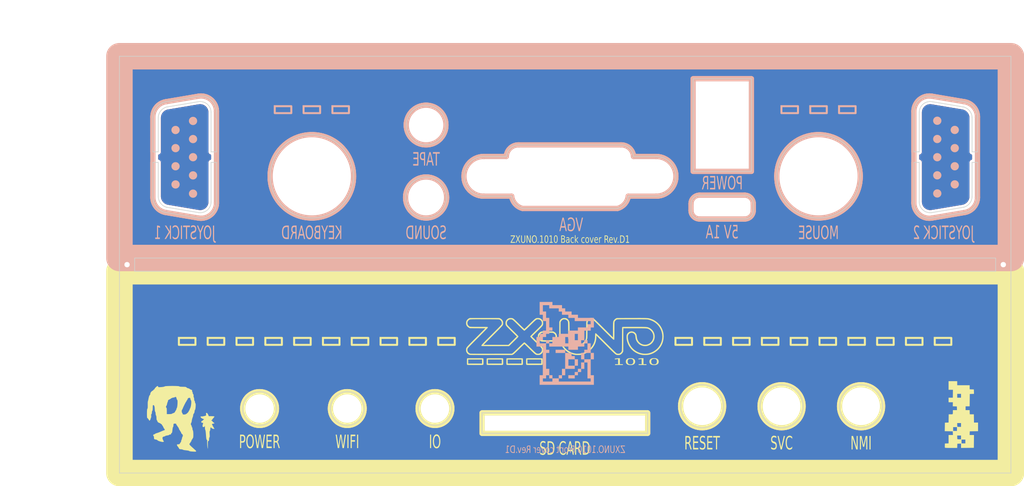
<source format=kicad_pcb>
(kicad_pcb (version 20240108) (generator "pcbnew") (generator_version "8.0")
  (title_block (title "ZXUNO.1010 (covers)") (date "2025-03-30") (rev "D1") (company "Eugene Lozovoy") (comment 2 "Thickness: 1.6mm") (comment 3 "Layers: 2") (comment 4 "Dimensions: 134.6x63mm"))
  (layers (0 "F.Cu" signal) (31 "B.Cu" signal) (34 "B.Paste" user) (35 "F.Paste" user) (36 "B.SilkS" user "B.Silkscreen") (37 "F.SilkS" user "F.Silkscreen") (38 "B.Mask" user) (39 "F.Mask" user) (44 "Edge.Cuts" user))
  (net 0 "")
  (net 1 "shield")
  (footprint "mygraphic:zxuno_30x7.5" (layer "F.Cu") (at 144.449207 104.6)
    (property "Reference" "G***" (hide yes))
    (property "Value" "LOGO" (hide yes))
  )
  (footprint "LOGO" (layer "F.Cu") (at 203.5 116.1)
    (property "Reference" "G***" (hide yes))
    (property "Value" "LOGO" (hide yes))
  )
  (footprint "LOGO" (layer "F.Cu") (at 85.730542 115.902674)
    (property "Reference" "G***" (hide yes))
    (property "Value" "LOGO" (hide yes))
  )
  (footprint "mygraphic:black-mage-12.5x8.6" (layer "B.Cu") (at 144.5 104.9 180)
    (property "Reference" "G***" (hide yes))
    (property "Value" "LOGO" (hide yes))
  )
  (gr_arc (start 158.217828 76.65) (mid 161.217828 79.65) (end 158.217828 82.65) (stroke (width 0.8)) (layer "B.SilkS"))
  (gr_circle (center 200.68 82.24) (end 201.18 82.24) (stroke (width 0.25)) (fill solid) (layer "B.SilkS"))
  (gr_line (start 171.599 86.1) (end 164.799 86.1) (stroke (width 0.8)) (layer "B.SilkS"))
  (gr_line (start 164.799 82.5) (end 171.599 82.5) (stroke (width 0.8)) (layer "B.SilkS"))
  (gr_arc (start 164.799 86.1) (mid 163.879761 85.719239) (end 163.499 84.8) (stroke (width 0.8)) (layer "B.SilkS"))
  (gr_circle (center 200.68 79.5) (end 201.18 79.5) (stroke (width 0.25)) (fill solid) (layer "B.SilkS"))
  (gr_circle (center 88.31 74.02) (end 87.81 74.02) (stroke (width 0.25)) (fill solid) (layer "B.SilkS"))
  (gr_circle (center 85.67 80.88) (end 85.17 80.88) (stroke (width 0.25)) (fill solid) (layer "B.SilkS"))
  (gr_circle (center 203.32 72.64) (end 203.82 72.64) (stroke (width 0.25)) (fill solid) (layer "B.SilkS"))
  (gr_circle (center 85.67 72.65) (end 85.17 72.65) (stroke (width 0.25)) (fill solid) (layer "B.SilkS"))
  (gr_rect (start 163.819 64.9) (end 172.619 78.9) (stroke (width 0.8)) (fill none) (layer "B.SilkS"))
  (gr_arc (start 89.141794 67.539502) (mid 91.028612 68.067713) (end 91.849981 69.846601) (stroke (width 0.8)) (layer "B.SilkS"))
  (gr_line (start 172.899 84.8) (end 172.899 83.8) (stroke (width 0.8)) (layer "B.SilkS"))
  (gr_line (start 132.217828 82.65) (end 136.417828 82.65) (stroke (width 0.8)) (layer "B.SilkS"))
  (gr_line (start 204.784277 85.122311) (end 199.857877 85.960511) (stroke (width 0.8)) (layer "B.SilkS"))
  (gr_arc (start 199.857877 85.960511) (mid 197.971077 85.432282) (end 197.14969 83.653412) (stroke (width 0.8)) (layer "B.SilkS"))
  (gr_circle (center 200.68 71.25) (end 201.18 71.25) (stroke (width 0.25)) (fill solid) (layer "B.SilkS"))
  (gr_arc (start 89.513181 85.990233) (mid 89.326895 85.982796) (end 89.141794 85.960532) (stroke (width 0.8)) (layer "B.SilkS"))
  (gr_circle (center 85.67 78.13) (end 85.17 78.13) (stroke (width 0.25)) (fill solid) (layer "B.SilkS"))
  (gr_line (start 132.217828 76.65) (end 135.617828 76.65) (stroke (width 0.8)) (layer "B.SilkS"))
  (gr_line (start 154.017828 82.65) (end 158.217828 82.65) (stroke (width 0.8)) (layer "B.SilkS"))
  (gr_arc (start 152.907172 74.9) (mid 154.216898 75.388067) (end 154.817828 76.65) (stroke (width 0.8)) (layer "B.SilkS"))
  (gr_line (start 154.817828 76.65) (end 158.217828 76.65) (stroke (width 0.8)) (layer "B.SilkS"))
  (gr_rect (start 77.2 61.5) (end 211.8 92) (stroke (width 4)) (fill none) (layer "B.SilkS"))
  (gr_circle (center 123.5 71.9) (end 126.5 71.9) (stroke (width 0.8)) (fill none) (layer "B.SilkS"))
  (gr_line (start 84.215394 68.377702) (end 89.141794 67.539502) (stroke (width 0.8)) (layer "B.SilkS"))
  (gr_line (start 91.849981 69.846601) (end 91.849981 83.653433) (stroke (width 0.8)) (layer "B.SilkS"))
  (gr_arc (start 138.053367 84.5) (mid 136.953364 83.824516) (end 136.417828 82.65) (stroke (width 0.8)) (layer "B.SilkS"))
  (gr_line (start 206.74969 70.68478) (end 206.74969 82.815212) (stroke (width 0.8)) (layer "B.SilkS"))
  (gr_rect (start 109.35 69.05) (end 111.85 70.1) (stroke (width 0.3)) (fill none) (layer "B.SilkS"))
  (gr_circle (center 88.31 76.76) (end 87.81 76.76) (stroke (width 0.25)) (fill solid) (layer "B.SilkS"))
  (gr_line (start 199.857877 67.539481) (end 204.784277 68.377681) (stroke (width 0.8)) (layer "B.SilkS"))
  (gr_circle (center 123.5 82.85) (end 126.6 82.85) (stroke (width 0.8)) (fill none) (layer "B.SilkS"))
  (gr_circle (center 182.75 79.65) (end 189.05 79.65) (stroke (width 0.8)) (fill none) (layer "B.SilkS"))
  (gr_circle (center 88.31 82.27) (end 87.81 82.27) (stroke (width 0.25)) (fill solid) (layer "B.SilkS"))
  (gr_circle (center 203.32 80.87) (end 203.82 80.87) (stroke (width 0.25)) (fill solid) (layer "B.SilkS"))
  (gr_rect (start 181.5 69.05) (end 184 70.1) (stroke (width 0.3)) (fill none) (layer "B.SilkS"))
  (gr_arc (start 171.599 82.5) (mid 172.518259 82.88075) (end 172.899 83.8) (stroke (width 0.8)) (layer "B.SilkS"))
  (gr_circle (center 85.67 75.39) (end 85.17 75.39) (stroke (width 0.25)) (fill solid) (layer "B.SilkS"))
  (gr_circle (center 200.68 76.76) (end 201.18 76.76) (stroke (width 0.25)) (fill solid) (layer "B.SilkS"))
  (gr_rect (start 100.65 69.05) (end 103.15 70.1) (stroke (width 0.3)) (fill none) (layer "B.SilkS"))
  (gr_arc (start 154.017828 82.65) (mid 153.496284 83.815825) (end 152.417831 84.499999) (stroke (width 0.8)) (layer "B.SilkS"))
  (gr_arc (start 82.25 70.684784) (mid 82.807913 69.169354) (end 84.215413 68.377685) (stroke (width 0.8)) (layer "B.SilkS"))
  (gr_circle (center 88.31 71.28) (end 87.81 71.28) (stroke (width 0.25)) (fill solid) (layer "B.SilkS"))
  (gr_arc (start 204.784277 68.377681) (mid 206.191672 69.169436) (end 206.74969 70.68478) (stroke (width 0.8)) (layer "B.SilkS"))
  (gr_line (start 163.499 84.8) (end 163.499 83.8) (stroke (width 0.8)) (layer "B.SilkS"))
  (gr_circle (center 203.32 75.39) (end 203.82 75.39) (stroke (width 0.25)) (fill solid) (layer "B.SilkS"))
  (gr_arc (start 91.849981 83.653433) (mid 91.165528 85.30578) (end 89.513181 85.990233) (stroke (width 0.8)) (layer "B.SilkS"))
  (gr_circle (center 203.32 78.13) (end 203.82 78.13) (stroke (width 0.25)) (fill solid) (layer "B.SilkS"))
  (gr_arc (start 163.499 83.8) (mid 163.879761 82.88076) (end 164.799 82.5) (stroke (width 0.8)) (layer "B.SilkS"))
  (gr_arc (start 84.215413 85.122315) (mid 82.808009 84.330565) (end 82.25 82.815216) (stroke (width 0.8)) (layer "B.SilkS"))
  (gr_arc (start 206.74969 82.815212) (mid 206.191728 84.330602) (end 204.784277 85.122311) (stroke (width 0.8)) (layer "B.SilkS"))
  (gr_arc (start 132.217828 82.65) (mid 129.217828 79.65) (end 132.217828 76.65) (stroke (width 0.8)) (layer "B.SilkS"))
  (gr_rect (start 177.15 69.05) (end 179.65 70.1) (stroke (width 0.3)) (fill none) (layer "B.SilkS"))
  (gr_circle (center 200.68 74.01) (end 201.18 74.01) (stroke (width 0.25)) (fill solid) (layer "B.SilkS"))
  (gr_line (start 137.492828 74.9) (end 152.907172 74.9) (stroke (width 0.8)) (layer "B.SilkS"))
  (gr_circle (center 106.25 79.65) (end 112.55 79.65) (stroke (width 0.8)) (fill none) (layer "B.SilkS"))
  (gr_line (start 138.053367 84.5) (end 152.417831 84.499999) (stroke (width 0.8)) (layer "B.SilkS"))
  (gr_arc (start 199.48649 67.50978) (mid 199.672776 67.517222) (end 199.857877 67.539481) (stroke (width 0.8)) (layer "B.SilkS"))
  (gr_line (start 89.141794 85.960532) (end 84.215394 85.122332) (stroke (width 0.8)) (layer "B.SilkS"))
  (gr_arc (start 197.14969 69.84658) (mid 197.834139 68.194241) (end 199.48649 67.50978) (stroke (width 0.8)) (layer "B.SilkS"))
  (gr_line (start 82.249981 82.815233) (end 82.249981 70.684801) (stroke (width 0.8)) (layer "B.SilkS"))
  (gr_arc (start 135.617827 76.65) (mid 136.196074 75.390085) (end 137.492828 74.9) (stroke (width 0.8)) (layer "B.SilkS"))
  (gr_rect (start 105 69.05) (end 107.5 70.1) (stroke (width 0.3)) (fill none) (layer "B.SilkS"))
  (gr_rect (start 185.85 69.05) (end 188.35 70.1) (stroke (width 0.3)) (fill none) (layer "B.SilkS"))
  (gr_line (start 197.14969 83.653412) (end 197.14969 69.84658) (stroke (width 0.8)) (layer "B.SilkS"))
  (gr_arc (start 172.899 84.8) (mid 172.518237 85.719227) (end 171.599 86.1) (stroke (width 0.8)) (layer "B.SilkS"))
  (gr_circle (center 88.31 79.51) (end 87.81 79.51) (stroke (width 0.25)) (fill solid) (layer "B.SilkS"))
  (gr_rect (start 94.875 104.075) (end 97.375 105.125) (stroke (width 0.3)) (fill none) (layer "F.SilkS"))
  (gr_rect (start 107.925 104.075) (end 110.425 105.125) (stroke (width 0.3)) (fill none) (layer "F.SilkS"))
  (gr_rect (start 77.2 94) (end 211.8 124.5) (stroke (width 4)) (fill none) (layer "F.SilkS"))
  (gr_rect (start 178.55 104.075) (end 181.05 105.125) (stroke (width 0.3)) (fill none) (layer "F.SilkS"))
  (gr_rect (start 120.975 104.075) (end 123.475 105.125) (stroke (width 0.3)) (fill none) (layer "F.SilkS"))
  (gr_rect (start 99.225 104.075) (end 101.725 105.125) (stroke (width 0.3)) (fill none) (layer "F.SilkS"))
  (gr_circle (center 189.175 114.4) (end 192.425 114.4) (stroke (width 0.8)) (fill none) (layer "F.SilkS"))
  (gr_rect (start 90.525 104.075) (end 93.025 105.125) (stroke (width 0.3)) (fill none) (layer "F.SilkS"))
  (gr_rect (start 169.85 104.075) (end 172.35 105.125) (stroke (width 0.3)) (fill none) (layer "F.SilkS"))
  (gr_circle (center 177.175 114.4) (end 180.425 114.4) (stroke (width 0.8)) (fill none) (layer "F.SilkS"))
  (gr_rect (start 200.3 104.075) (end 202.8 105.125) (stroke (width 0.3)) (fill none) (layer "F.SilkS"))
  (gr_circle (center 165.175 114.4) (end 168.425 114.4) (stroke (width 0.8)) (fill none) (layer "F.SilkS"))
  (gr_rect (start 131.95 115.4) (end 156.95 118.5) (stroke (width 0.8)) (fill none) (layer "F.SilkS"))
  (gr_rect (start 187.25 104.075) (end 189.75 105.125) (stroke (width 0.3)) (fill none) (layer "F.SilkS"))
  (gr_circle (center 98.36 114.75) (end 100.91 114.75) (stroke (width 0.8)) (fill none) (layer "F.SilkS"))
  (gr_rect (start 112.275 104.075) (end 114.775 105.125) (stroke (width 0.3)) (fill none) (layer "F.SilkS"))
  (gr_rect (start 103.575 104.075) (end 106.075 105.125) (stroke (width 0.3)) (fill none) (layer "F.SilkS"))
  (gr_rect (start 125.325 104.075) (end 127.825 105.125) (stroke (width 0.3)) (fill none) (layer "F.SilkS"))
  (gr_rect (start 161.15 104.075) (end 163.65 105.125) (stroke (width 0.3)) (fill none) (layer "F.SilkS"))
  (gr_circle (center 111.6 114.75) (end 114.15 114.75) (stroke (width 0.8)) (fill none) (layer "F.SilkS"))
  (gr_rect (start 116.625 104.075) (end 119.125 105.125) (stroke (width 0.3)) (fill none) (layer "F.SilkS"))
  (gr_rect (start 165.5 104.075) (end 168 105.125) (stroke (width 0.3)) (fill none) (layer "F.SilkS"))
  (gr_rect (start 182.9 104.075) (end 185.4 105.125) (stroke (width 0.3)) (fill none) (layer "F.SilkS"))
  (gr_rect (start 174.2 104.075) (end 176.7 105.125) (stroke (width 0.3)) (fill none) (layer "F.SilkS"))
  (gr_circle (center 124.8375 114.75) (end 127.3875 114.75) (stroke (width 0.8)) (fill none) (layer "F.SilkS"))
  (gr_rect (start 191.6 104.075) (end 194.1 105.125) (stroke (width 0.3)) (fill none) (layer "F.SilkS"))
  (gr_rect (start 86.175 104.075) (end 88.675 105.125) (stroke (width 0.3)) (fill none) (layer "F.SilkS"))
  (gr_rect (start 195.95 104.075) (end 198.45 105.125) (stroke (width 0.3)) (fill none) (layer "F.SilkS"))
  (gr_line (start 171.599 86.1) (end 164.799 86.1) (stroke (width 0.1)) (layer "Edge.Cuts"))
  (gr_arc (start 152.907172 74.9) (mid 154.216898 75.388067) (end 154.817828 76.65) (stroke (width 0.1)) (layer "Edge.Cuts"))
  (gr_arc (start 89.141756 67.539536) (mid 91.028577 68.067749) (end 91.84996 69.846635) (stroke (width 0.1)) (layer "Edge.Cuts"))
  (gr_line (start 172.899 84.8) (end 172.899 83.8) (stroke (width 0.1)) (layer "Edge.Cuts"))
  (gr_line (start 83.059633 77.550047) (end 83.059633 82.753141) (stroke (width 0.1)) (layer "Edge.Cuts"))
  (gr_arc (start 154.017828 82.65) (mid 153.496284 83.815825) (end 152.417831 84.499999) (stroke (width 0.1)) (layer "Edge.Cuts"))
  (gr_arc (start 199.486452 67.509814) (mid 199.672738 67.517256) (end 199.857839 67.539515) (stroke (width 0.1)) (layer "Edge.Cuts"))
  (gr_line (start 83.059633 77.550047) (end 82.249633 77.550047) (stroke (width 0.1)) (layer "Edge.Cuts"))
  (gr_arc (start 197.959638 69.94308) (mid 198.566739 68.719584) (end 199.887242 68.370478) (stroke (width 0.1)) (layer "Edge.Cuts"))
  (gr_arc (start 171.599 82.5) (mid 172.518259 82.88075) (end 172.899 83.8) (stroke (width 0.1)) (layer "Edge.Cuts"))
  (gr_arc (start 91.039957 83.557001) (mid 90.432867 84.780539) (end 89.112353 85.129603) (stroke (width 0.1)) (layer "Edge.Cuts"))
  (gr_line (start 137.492828 74.9) (end 152.907172 74.9) (stroke (width 0.1)) (layer "Edge.Cuts"))
  (gr_line (start 91.849943 75.950055) (end 91.039943 75.950055) (stroke (width 0.1)) (layer "Edge.Cuts"))
  (gr_line (start 82.250253 75.950055) (end 82.249943 70.684835) (stroke (width 0.1)) (layer "Edge.Cuts"))
  (gr_circle (center 124.8375 114.75) (end 127.3875 114.75) (stroke (width 0.1)) (fill none) (layer "Edge.Cuts"))
  (gr_circle (center 189.175 114.4) (end 192.425 114.4) (stroke (width 0.1)) (fill none) (layer "Edge.Cuts"))
  (gr_arc (start 158.217828 76.65) (mid 161.217828 79.65) (end 158.217828 82.65) (stroke (width 0.1)) (layer "Edge.Cuts"))
  (gr_line (start 209.5 94) (end 209.5 92) (stroke (width 0.1)) (layer "Edge.Cuts"))
  (gr_circle (center 106.25 79.65) (end 112.55 79.65) (stroke (width 0.1)) (fill none) (layer "Edge.Cuts"))
  (gr_line (start 163.499 84.8) (end 163.499 83.8) (stroke (width 0.1)) (layer "Edge.Cuts"))
  (gr_line (start 132.217828 82.65) (end 136.417828 82.65) (stroke (width 0.1)) (layer "Edge.Cuts"))
  (gr_arc (start 197.149642 69.846614) (mid 197.834089 68.194258) (end 199.486452 67.509814) (stroke (width 0.1)) (layer "Edge.Cuts"))
  (gr_line (start 154.817828 76.65) (end 158.217828 76.65) (stroke (width 0.1)) (layer "Edge.Cuts"))
  (gr_line (start 132.217828 76.65) (end 135.617828 76.65) (stroke (width 0.1)) (layer "Edge.Cuts"))
  (gr_line (start 204.667432 84.324838) (end 199.887242 85.129582) (stroke (width 0.1)) (layer "Edge.Cuts"))
  (gr_arc (start 91.849953 83.653467) (mid 91.16552 85.305841) (end 89.513143 85.990267) (stroke (width 0.1)) (layer "Edge.Cuts"))
  (gr_arc (start 172.899 84.8) (mid 172.518237 85.719227) (end 171.599 86.1) (stroke (width 0.1)) (layer "Edge.Cuts"))
  (gr_line (start 211.8 61.5) (end 211.8 124.5) (stroke (width 0.1)) (layer "Edge.Cuts"))
  (gr_circle (center 123.5 82.85) (end 126.6 82.85) (stroke (width 0.1)) (fill none) (layer "Edge.Cuts"))
  (gr_line (start 83.060253 75.950055) (end 83.060253 70.746961) (stroke (width 0.1)) (layer "Edge.Cuts"))
  (gr_line (start 206.749342 77.550026) (end 206.749652 82.815246) (stroke (width 0.1)) (layer "Edge.Cuts"))
  (gr_line (start 204.668053 69.175222) (end 199.887242 68.370478) (stroke (width 0.1)) (layer "Edge.Cuts"))
  (gr_line (start 79.5 92) (end 79.5 94) (stroke (width 0.1)) (layer "Edge.Cuts"))
  (gr_line (start 164.799 82.5) (end 171.599 82.5) (stroke (width 0.1)) (layer "Edge.Cuts"))
  (gr_line (start 197.149652 75.950034) (end 197.959652 75.950034) (stroke (width 0.1)) (layer "Edge.Cuts"))
  (gr_line (start 77.2 61.5) (end 211.8 61.5) (stroke (width 0.1)) (layer "Edge.Cuts"))
  (gr_line (start 205.939342 77.550026) (end 205.939342 82.75312) (stroke (width 0.1)) (layer "Edge.Cuts"))
  (gr_line (start 79.5 94) (end 209.5 94) (stroke (width 0.1)) (layer "Edge.Cuts"))
  (gr_circle (center 177.175 114.4) (end 180.425 114.4) (stroke (width 0.1)) (fill none) (layer "Edge.Cuts"))
  (gr_line (start 84.215356 68.377736) (end 89.141756 67.539536) (stroke (width 0.1)) (layer "Edge.Cuts"))
  (gr_line (start 197.959652 75.950034) (end 197.959638 69.94308) (stroke (width 0.1)) (layer "Edge.Cuts"))
  (gr_arc (start 205.939341 82.75312) (mid 205.56024 83.746832) (end 204.667432 84.324838) (stroke (width 0.1)) (layer "Edge.Cuts"))
  (gr_circle (center 123.5 71.9) (end 126.5 71.9) (stroke (width 0.1)) (fill none) (layer "Edge.Cuts"))
  (gr_circle (center 111.6 114.75) (end 114.15 114.75) (stroke (width 0.1)) (fill none) (layer "Edge.Cuts"))
  (gr_arc (start 84.331542 84.324859) (mid 83.438732 83.74686) (end 83.059633 82.753141) (stroke (width 0.1)) (layer "Edge.Cuts"))
  (gr_line (start 89.141756 85.960566) (end 84.215356 85.122366) (stroke (width 0.1)) (layer "Edge.Cuts"))
  (gr_line (start 205.939342 77.550026) (end 206.749342 77.550026) (stroke (width 0.1)) (layer "Edge.Cuts"))
  (gr_line (start 77.2 124.5) (end 77.2 61.5) (stroke (width 0.1)) (layer "Edge.Cuts"))
  (gr_line (start 84.332163 69.175243) (end 89.112353 68.370499) (stroke (width 0.1)) (layer "Edge.Cuts"))
  (gr_arc (start 138.053367 84.5) (mid 136.953364 83.824516) (end 136.417828 82.65) (stroke (width 0.1)) (layer "Edge.Cuts"))
  (gr_line (start 82.249943 82.815267) (end 82.249633 77.550047) (stroke (width 0.1)) (layer "Edge.Cuts"))
  (gr_arc (start 206.749633 82.815263) (mid 206.191716 84.330687) (end 204.78422 85.122362) (stroke (width 0.1)) (layer "Edge.Cuts"))
  (gr_arc (start 89.513143 85.990267) (mid 89.326856 85.98283) (end 89.141756 85.960566) (stroke (width 0.1)) (layer "Edge.Cuts"))
  (gr_line (start 154.017828 82.65) (end 158.217828 82.65) (stroke (width 0.1)) (layer "Edge.Cuts"))
  (gr_circle (center 182.75 79.65) (end 189.05 79.65) (stroke (width 0.1)) (fill none) (layer "Edge.Cuts"))
  (gr_arc (start 84.215375 85.122349) (mid 82.807991 84.330581) (end 82.249962 82.81525) (stroke (width 0.1)) (layer "Edge.Cuts"))
  (gr_line (start 197.959652 77.550026) (end 197.959638 83.55698) (stroke (width 0.1)) (layer "Edge.Cuts"))
  (gr_arc (start 199.857839 85.960545) (mid 197.971035 85.432316) (end 197.149635 83.653446) (stroke (width 0.1)) (layer "Edge.Cuts"))
  (gr_line (start 197.149652 83.653446) (end 197.149652 77.550026) (stroke (width 0.1)) (layer "Edge.Cuts"))
  (gr_line (start 91.849943 69.846635) (end 91.849943 75.950055) (stroke (width 0.1)) (layer "Edge.Cuts"))
  (gr_line (start 204.784239 85.122345) (end 199.857839 85.960545) (stroke (width 0.1)) (layer "Edge.Cuts"))
  (gr_circle (center 98.36 114.75) (end 100.91 114.75) (stroke (width 0.1)) (fill none) (layer "Edge.Cuts"))
  (gr_line (start 91.039943 77.550047) (end 91.039957 83.557001) (stroke (width 0.1)) (layer "Edge.Cuts"))
  (gr_arc (start 135.617829 76.65) (mid 136.196063 75.390057) (end 137.49283 74.899948) (stroke (width 0.1)) (layer "Edge.Cuts"))
  (gr_line (start 205.939962 75.950034) (end 205.939962 70.74694) (stroke (width 0.1)) (layer "Edge.Cuts"))
  (gr_arc (start 89.112353 68.370499) (mid 90.432869 68.719562) (end 91.039957 69.943101) (stroke (width 0.1)) (layer "Edge.Cuts"))
  (gr_line (start 206.749652 70.684814) (end 206.749962 75.950034) (stroke (width 0.1)) (layer "Edge.Cuts"))
  (gr_arc (start 83.060254 70.746961) (mid 83.439353 69.753242) (end 84.332163 69.175243) (stroke (width 0.1)) (layer "Edge.Cuts"))
  (gr_line (start 211.8 124.5) (end 77.2 124.5) (stroke (width 0.1)) (layer "Edge.Cuts"))
  (gr_arc (start 163.499 83.8) (mid 163.879761 82.88076) (end 164.799 82.5) (stroke (width 0.1)) (layer "Edge.Cuts"))
  (gr_line (start 91.039943 75.950055) (end 91.039957 69.943101) (stroke (width 0.1)) (layer "Edge.Cuts"))
  (gr_line (start 91.849943 77.550047) (end 91.039943 77.550047) (stroke (width 0.1)) (layer "Edge.Cuts"))
  (gr_line (start 205.939962 75.950034) (end 206.749962 75.950034) (stroke (width 0.1)) (layer "Edge.Cuts"))
  (gr_line (start 138.053367 84.5) (end 152.417831 84.499999) (stroke (width 0.1)) (layer "Edge.Cuts"))
  (gr_line (start 199.857839 67.539515) (end 204.784239 68.377715) (stroke (width 0.1)) (layer "Edge.Cuts"))
  (gr_arc (start 82.249962 70.684818) (mid 82.807875 69.169388) (end 84.215375 68.377719) (stroke (width 0.1)) (layer "Edge.Cuts"))
  (gr_arc (start 132.217828 82.65) (mid 129.217828 79.65) (end 132.217828 76.65) (stroke (width 0.1)) (layer "Edge.Cuts"))
  (gr_line (start 91.849943 77.550047) (end 91.849953 83.653467) (stroke (width 0.1)) (layer "Edge.Cuts"))
  (gr_arc (start 204.668053 69.175222) (mid 205.560879 69.753216) (end 205.939962 70.74694) (stroke (width 0.1)) (layer "Edge.Cuts"))
  (gr_line (start 84.331542 84.324859) (end 89.112353 85.129603) (stroke (width 0.1)) (layer "Edge.Cuts"))
  (gr_arc (start 199.887242 85.129582) (mid 198.566697 84.780538) (end 197.959638 83.55698) (stroke (width 0.1)) (layer "Edge.Cuts"))
  (gr_line (start 209.5 92) (end 79.5 92) (stroke (width 0.1)) (layer "Edge.Cuts"))
  (gr_line (start 197.149652 75.950034) (end 197.149642 69.846614) (stroke (width 0.1)) (layer "Edge.Cuts"))
  (gr_line (start 197.149652 77.550026) (end 197.959652 77.550026) (stroke (width 0.1)) (layer "Edge.Cuts"))
  (gr_circle (center 165.175 114.4) (end 168.425 114.4) (stroke (width 0.1)) (fill none) (layer "Edge.Cuts"))
  (gr_line (start 83.060253 75.950055) (end 82.250253 75.950055) (stroke (width 0.1)) (layer "Edge.Cuts"))
  (gr_rect (start 131.95 115.4) (end 156.95 118.5) (stroke (width 0.1)) (fill none) (layer "Edge.Cuts"))
  (gr_arc (start 164.799 86.1) (mid 163.879761 85.719239) (end 163.499 84.8) (stroke (width 0.1)) (layer "Edge.Cuts"))
  (gr_arc (start 204.78422 68.377732) (mid 206.191595 69.169503) (end 206.749633 70.684831) (stroke (width 0.1)) (layer "Edge.Cuts"))
  (gr_rect (start 163.819 64.9) (end 172.619 78.9) (stroke (width 0.1)) (fill none) (layer "Edge.Cuts"))
  (gr_text "JOYSTICK 1" (at 87.05 88.3 0) (layer "B.SilkS") (effects (font (size 2 1.2) (thickness 0.2)) (justify mirror)))
  (gr_text "JOYSTICK 2" (at 206.208032 88.3 0) (layer "B.SilkS") (effects (font (size 2 1.2) (thickness 0.2)) (justify left mirror)))
  (gr_text "MOUSE" (at 182.75 88.3 0) (layer "B.SilkS") (effects (font (size 2 1.2) (thickness 0.2)) (justify mirror)))
  (gr_text "TAPE" (at 123.5 77.2 0) (layer "B.SilkS") (effects (font (size 2 1.2) (thickness 0.2)) (justify mirror)))
  (gr_text "SOUND" (at 123.5 88.3 0) (layer "B.SilkS") (effects (font (size 2 1.2) (thickness 0.2)) (justify mirror)))
  (gr_text "KEYBOARD" (at 106.25 88.3 0) (layer "B.SilkS") (effects (font (size 2 1.2) (thickness 0.2)) (justify mirror)))
  (gr_text "5V 1A" (at 168.2 88.2 0) (layer "B.SilkS") (effects (font (size 2 1.2) (thickness 0.2)) (justify mirror)))
  (gr_text "VGA" (at 145.407828 87.1 0) (layer "B.SilkS") (effects (font (size 2 1.2) (thickness 0.2)) (justify mirror)))
  (gr_text "ZXUNO.1010 Front cover Rev.${REVISION}" (at 144.5 121 0) (layer "B.SilkS") (effects (font (size 1.1 0.8) (thickness 0.14)) (justify mirror)))
  (gr_text "POWER" (at 168.2 80.8 0) (layer "B.SilkS") (effects (font (size 2 1.2) (thickness 0.2)) (justify mirror)))
  (gr_text "WIFI" (at 111.6 119.9 0) (layer "F.SilkS") (effects (font (size 2 1.2) (thickness 0.2))))
  (gr_text "1010" (at 155.25 107.75 0) (layer "F.SilkS") (effects (font (size 1 2) (thickness 0.125))))
  (gr_text "ZXUNO.1010 Back cover Rev.${REVISION}" (at 145.235599 89.25 0) (layer "F.SilkS") (effects (font (size 1.1 0.8) (thickness 0.14))))
  (gr_text "RESET" (at 165.175 120.1 0) (layer "F.SilkS") (effects (font (size 2 1.2) (thickness 0.2))))
  (gr_text "SVC" (at 177.175 120.1 0) (layer "F.SilkS") (effects (font (size 2 1.2) (thickness 0.2))))
  (gr_text "IO" (at 124.8375 119.9 0) (layer "F.SilkS") (effects (font (size 2 1.2) (thickness 0.2))))
  (gr_text "POWER" (at 98.36 119.9 0) (layer "F.SilkS") (effects (font (size 2 1.2) (thickness 0.2))))
  (gr_text "NMI" (at 189.175 120.1 0) (layer "F.SilkS") (effects (font (size 2 1.2) (thickness 0.2))))
  (gr_text "SD CARD" (at 144.45 120.9 0) (layer "F.SilkS") (effects (font (size 2 1.2) (thickness 0.2))))
  (via (at 78.35 93) (size 1.5) (drill 0.8) (layers "F.Cu" "B.Cu") (net 1))
  (via (at 210.65 93) (size 1.5) (drill 0.8) (layers "F.Cu" "B.Cu") (net 1))
  (zone (net 1) (net_name "shield") (layers "F.Cu" "B.Cu") (connect_pads (clearance 0.508)) (min_thickness 0.254) (fill yes (thermal_gap 0.508) (thermal_bridge_width 0.508) (island_removal_mode 1) (island_area_min 0))
    (polygon (pts (xy 212 124.7) (xy 77 124.7) (xy 77 61.3) (xy 212 61.3)))
  )
  (zone (net 0) (net_name "") (layers "F.Cu" "B.Cu" "Edge.Cuts") (connect_pads (clearance 0)) (min_thickness 0.25)
    (keepout (tracks allowed) (vias allowed) (pads allowed) (copperpour not_allowed) (footprints allowed))
    (fill (thermal_gap 0.5) (thermal_bridge_width 0.5))
    (polygon (pts (xy 205.939962 75.950034) (xy 206.749962 75.950034) (xy 206.749342 77.550026) (xy 205.939342 77.550026)))
  )
  (zone (net 0) (net_name "") (layers "F.Cu" "B.Cu" "Edge.Cuts") (connect_pads (clearance 0)) (min_thickness 0.25)
    (keepout (tracks allowed) (vias allowed) (pads allowed) (copperpour not_allowed) (footprints allowed))
    (fill (thermal_gap 0.5) (thermal_bridge_width 0.5))
    (polygon (pts (xy 82.250253 75.950055) (xy 83.060253 75.950055) (xy 83.059633 77.550047) (xy 82.249633 77.550047)))
  )
  (zone (net 0) (net_name "") (layers "F.Cu" "B.Cu" "Edge.Cuts") (connect_pads (clearance 0)) (min_thickness 0.25)
    (keepout (tracks allowed) (vias allowed) (pads allowed) (copperpour not_allowed) (footprints allowed))
    (fill (thermal_gap 0.5) (thermal_bridge_width 0.5))
    (polygon (pts (xy 197.149652 75.950034) (xy 197.959652 75.950034) (xy 197.959652 77.550026) (xy 197.149652 77.550026)))
  )
  (zone (net 0) (net_name "") (layers "F.Cu" "B.Cu" "Edge.Cuts") (connect_pads (clearance 0)) (min_thickness 0.25)
    (keepout (tracks allowed) (vias allowed) (pads allowed) (copperpour not_allowed) (footprints allowed))
    (fill (thermal_gap 0.5) (thermal_bridge_width 0.5))
    (polygon (pts (xy 91.039943 75.950055) (xy 91.849943 75.950055) (xy 91.849943 77.550047) (xy 91.039943 77.550047)))
  )
)
</source>
